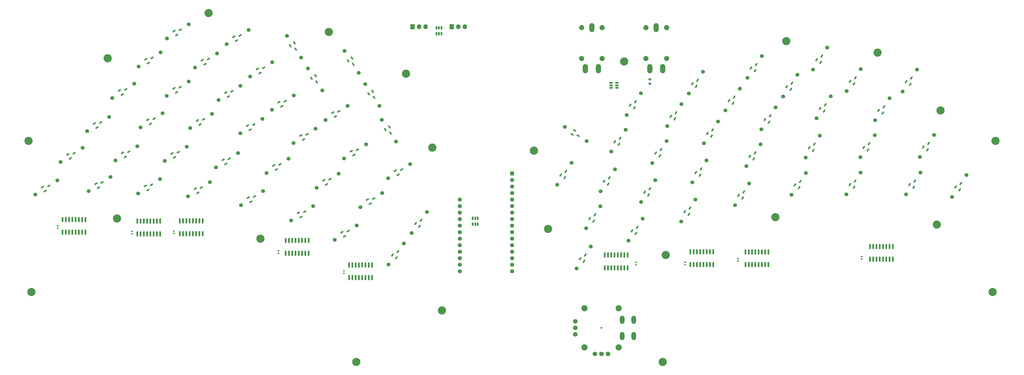
<source format=gts>
%TF.GenerationSoftware,KiCad,Pcbnew,7.0.10-148-g62bb553460*%
%TF.CreationDate,2024-03-29T08:39:48+01:00*%
%TF.ProjectId,bandoneon,62616e64-6f6e-4656-9f6e-2e6b69636164,rev?*%
%TF.SameCoordinates,Original*%
%TF.FileFunction,Soldermask,Top*%
%TF.FilePolarity,Negative*%
%FSLAX46Y46*%
G04 Gerber Fmt 4.6, Leading zero omitted, Abs format (unit mm)*
G04 Created by KiCad (PCBNEW 7.0.10-148-g62bb553460) date 2024-03-29 08:39:48*
%MOMM*%
%LPD*%
G01*
G04 APERTURE LIST*
G04 Aperture macros list*
%AMRoundRect*
0 Rectangle with rounded corners*
0 $1 Rounding radius*
0 $2 $3 $4 $5 $6 $7 $8 $9 X,Y pos of 4 corners*
0 Add a 4 corners polygon primitive as box body*
4,1,4,$2,$3,$4,$5,$6,$7,$8,$9,$2,$3,0*
0 Add four circle primitives for the rounded corners*
1,1,$1+$1,$2,$3*
1,1,$1+$1,$4,$5*
1,1,$1+$1,$6,$7*
1,1,$1+$1,$8,$9*
0 Add four rect primitives between the rounded corners*
20,1,$1+$1,$2,$3,$4,$5,0*
20,1,$1+$1,$4,$5,$6,$7,0*
20,1,$1+$1,$6,$7,$8,$9,0*
20,1,$1+$1,$8,$9,$2,$3,0*%
G04 Aperture macros list end*
%ADD10RoundRect,0.200000X-0.275000X0.200000X-0.275000X-0.200000X0.275000X-0.200000X0.275000X0.200000X0*%
%ADD11RoundRect,0.150000X-0.150000X0.825000X-0.150000X-0.825000X0.150000X-0.825000X0.150000X0.825000X0*%
%ADD12C,1.500000*%
%ADD13RoundRect,0.150000X-0.348123X-0.404928X0.511515X0.153327X0.348123X0.404928X-0.511515X-0.153327X0*%
%ADD14RoundRect,0.150000X-0.153327X-0.511515X0.404928X0.348123X0.153327X0.511515X-0.404928X-0.348123X0*%
%ADD15RoundRect,0.150000X-0.404928X0.348123X0.153327X-0.511515X0.404928X-0.348123X-0.153327X0.511515X0*%
%ADD16C,3.200000*%
%ADD17RoundRect,0.140000X-0.170000X0.140000X-0.170000X-0.140000X0.170000X-0.140000X0.170000X0.140000X0*%
%ADD18RoundRect,0.140000X0.170000X-0.140000X0.170000X0.140000X-0.170000X0.140000X-0.170000X-0.140000X0*%
%ADD19RoundRect,0.150000X-0.179887X-0.502789X0.422592X0.326453X0.179887X0.502789X-0.422592X-0.326453X0*%
%ADD20RoundRect,0.150000X-0.511515X0.153327X0.348123X-0.404928X0.511515X-0.153327X-0.348123X0.404928X0*%
%ADD21RoundRect,0.150000X0.150000X-0.512500X0.150000X0.512500X-0.150000X0.512500X-0.150000X-0.512500X0*%
%ADD22RoundRect,0.150000X-0.512500X-0.150000X0.512500X-0.150000X0.512500X0.150000X-0.512500X0.150000X0*%
%ADD23R,1.600000X1.600000*%
%ADD24C,1.600000*%
%ADD25C,2.400000*%
%ADD26C,0.762000*%
%ADD27O,1.800000X3.200000*%
%ADD28C,1.800000*%
%ADD29C,2.000000*%
%ADD30O,2.000000X3.600000*%
%ADD31O,2.000000X3.500000*%
%ADD32RoundRect,0.250000X-0.600000X-0.725000X0.600000X-0.725000X0.600000X0.725000X-0.600000X0.725000X0*%
%ADD33O,1.700000X1.950000*%
G04 APERTURE END LIST*
D10*
%TO.C,R1*%
X364004000Y-144951000D03*
X364004000Y-146601000D03*
%TD*%
D11*
%TO.C,U9*%
X355346000Y-213360000D03*
X354076000Y-213360000D03*
X352806000Y-213360000D03*
X351536000Y-213360000D03*
X350266000Y-213360000D03*
X348996000Y-213360000D03*
X347726000Y-213360000D03*
X346456000Y-213360000D03*
X346456000Y-218310000D03*
X347726000Y-218310000D03*
X348996000Y-218310000D03*
X350266000Y-218310000D03*
X351536000Y-218310000D03*
X352806000Y-218310000D03*
X354076000Y-218310000D03*
X355346000Y-218310000D03*
%TD*%
D12*
%TO.C,H37*%
X145424754Y-165079266D03*
X153945646Y-159545734D03*
D13*
X148213805Y-162135290D03*
X149248619Y-163728764D03*
X150639188Y-161692973D03*
%TD*%
D12*
%TO.C,H38*%
X135100854Y-177095366D03*
X143621746Y-171561834D03*
D13*
X137889905Y-174151390D03*
X138924719Y-175744864D03*
X140315288Y-173709073D03*
%TD*%
D12*
%TO.C,H43*%
X462250034Y-149669046D03*
X467783566Y-141148154D03*
D14*
X463600536Y-145845181D03*
X465194010Y-146879995D03*
X465636327Y-144454612D03*
%TD*%
D12*
%TO.C,H11*%
X253416434Y-146779154D03*
X258949966Y-155300046D03*
D15*
X256360410Y-149568205D03*
X254766936Y-150603019D03*
X256802727Y-151993588D03*
%TD*%
D16*
%TO.C,MH08*%
X498341000Y-168933000D03*
%TD*%
%TO.C,MH01*%
X239268000Y-126492000D03*
%TD*%
D12*
%TO.C,H31*%
X208752354Y-143803966D03*
X217273246Y-138270434D03*
D13*
X211541405Y-140859990D03*
X212576219Y-142453464D03*
X213966788Y-140417673D03*
%TD*%
D12*
%TO.C,H14*%
X215107654Y-181383466D03*
X223628546Y-175849934D03*
D13*
X217896705Y-178439490D03*
X218931519Y-180032964D03*
X220322088Y-177997173D03*
%TD*%
D12*
%TO.C,H69*%
X407356034Y-164389046D03*
X412889566Y-155868154D03*
D14*
X408706536Y-160565181D03*
X410300010Y-161599995D03*
X410742327Y-159174612D03*
%TD*%
D17*
%TO.C,C1*%
X398272000Y-214658000D03*
X398272000Y-215618000D03*
%TD*%
D12*
%TO.C,H5*%
X251546154Y-194710466D03*
X260067046Y-189176934D03*
D13*
X254335205Y-191766490D03*
X255370019Y-193359964D03*
X256760588Y-191324173D03*
%TD*%
D12*
%TO.C,H41*%
X468934234Y-175125946D03*
X474467766Y-166605054D03*
D14*
X470284736Y-171302081D03*
X471878210Y-172336895D03*
X472320527Y-169911512D03*
%TD*%
D18*
%TO.C,C2*%
X358648000Y-217142000D03*
X358648000Y-216182000D03*
%TD*%
D12*
%TO.C,H61*%
X339273434Y-202910846D03*
X344806966Y-194389954D03*
D14*
X340623936Y-199086981D03*
X342217410Y-200121795D03*
X342659727Y-197696412D03*
%TD*%
D12*
%TO.C,H68*%
X415815134Y-151655846D03*
X421348666Y-143134954D03*
D14*
X417165636Y-147831981D03*
X418759110Y-148866795D03*
X419201427Y-146441412D03*
%TD*%
D17*
%TO.C,C5*%
X245110000Y-219484000D03*
X245110000Y-220444000D03*
%TD*%
D12*
%TO.C,H29*%
X184576154Y-190490466D03*
X193097046Y-184956934D03*
D13*
X187365205Y-187546490D03*
X188400019Y-189139964D03*
X189790588Y-187104173D03*
%TD*%
D12*
%TO.C,H16*%
X196438854Y-153000466D03*
X204959746Y-147466934D03*
D13*
X199227905Y-150056490D03*
X200262719Y-151649964D03*
X201653288Y-149614173D03*
%TD*%
D17*
%TO.C,C8*%
X219710000Y-211765000D03*
X219710000Y-212725000D03*
%TD*%
D16*
%TO.C,MH19*%
X319000000Y-172720000D03*
%TD*%
D12*
%TO.C,H18*%
X175549154Y-176713566D03*
X184070046Y-171180034D03*
D13*
X178338205Y-173769590D03*
X179373019Y-175363064D03*
X180763588Y-173327273D03*
%TD*%
D16*
%TO.C,MH22*%
X192603912Y-119089841D03*
%TD*%
%TO.C,MH05*%
X417000000Y-130000000D03*
%TD*%
D12*
%TO.C,H58*%
X355056034Y-158829046D03*
X360589566Y-150308154D03*
D14*
X356406536Y-155005181D03*
X358000010Y-156039995D03*
X358442327Y-153614612D03*
%TD*%
D16*
%TO.C,MH12*%
X369000000Y-255000000D03*
%TD*%
D12*
%TO.C,H9*%
X234556454Y-187186966D03*
X243077346Y-181653434D03*
D13*
X237345505Y-184242990D03*
X238380319Y-185836464D03*
X239770888Y-183800673D03*
%TD*%
D12*
%TO.C,H13*%
X225626154Y-169725466D03*
X234147046Y-164191934D03*
D13*
X228415205Y-166781490D03*
X229450019Y-168374964D03*
X230840588Y-166339173D03*
%TD*%
D12*
%TO.C,H49*%
X393425034Y-157075046D03*
X398958566Y-148554154D03*
D14*
X394775536Y-153251181D03*
X396369010Y-154285995D03*
X396811327Y-151860612D03*
%TD*%
D12*
%TO.C,H48*%
X401977634Y-144375046D03*
X407511166Y-135854154D03*
D14*
X403328136Y-140551181D03*
X404921610Y-141585995D03*
X405363927Y-139160612D03*
%TD*%
D12*
%TO.C,H3*%
X262495451Y-217048806D03*
X268467349Y-208829194D03*
D19*
X264044228Y-213300861D03*
X265581360Y-214417653D03*
X266150006Y-212018743D03*
%TD*%
D12*
%TO.C,H54*%
X370791434Y-163145846D03*
X376324966Y-154624954D03*
D14*
X372141936Y-159321981D03*
X373735410Y-160356795D03*
X374177727Y-157931412D03*
%TD*%
D12*
%TO.C,H63*%
X335538534Y-218564946D03*
X341072066Y-210044054D03*
D14*
X336889036Y-214741081D03*
X338482510Y-215775895D03*
X338924827Y-213350512D03*
%TD*%
D17*
%TO.C,C7*%
X133985000Y-201958000D03*
X133985000Y-202918000D03*
%TD*%
D12*
%TO.C,H25*%
X231192434Y-140725754D03*
X236725966Y-149246646D03*
D15*
X234136410Y-143514805D03*
X232542936Y-144549619D03*
X234578727Y-145940188D03*
%TD*%
D12*
%TO.C,H71*%
X397128834Y-193988946D03*
X402662366Y-185468054D03*
D14*
X398479336Y-190165081D03*
X400072810Y-191199895D03*
X400515127Y-188774512D03*
%TD*%
D16*
%TO.C,MH11*%
X497240000Y-227722000D03*
%TD*%
D12*
%TO.C,H50*%
X385005534Y-169860746D03*
X390539066Y-161339854D03*
D14*
X386356036Y-166036881D03*
X387949510Y-167071695D03*
X388391827Y-164646312D03*
%TD*%
D12*
%TO.C,H42*%
X463617734Y-189745846D03*
X469151266Y-181224954D03*
D14*
X464968236Y-185921981D03*
X466561710Y-186956795D03*
X467004027Y-184531412D03*
%TD*%
D11*
%TO.C,U6*%
X144770000Y-199500000D03*
X143500000Y-199500000D03*
X142230000Y-199500000D03*
X140960000Y-199500000D03*
X139690000Y-199500000D03*
X138420000Y-199500000D03*
X137150000Y-199500000D03*
X135880000Y-199500000D03*
X135880000Y-204450000D03*
X137150000Y-204450000D03*
X138420000Y-204450000D03*
X139690000Y-204450000D03*
X140960000Y-204450000D03*
X142230000Y-204450000D03*
X143500000Y-204450000D03*
X144770000Y-204450000D03*
%TD*%
D16*
%TO.C,MH09*%
X475500000Y-201500000D03*
%TD*%
D12*
%TO.C,H33*%
X145979154Y-188486266D03*
X154500046Y-182952734D03*
D13*
X148768205Y-185542290D03*
X149803019Y-187135764D03*
X151193588Y-185099973D03*
%TD*%
D16*
%TO.C,MH17*%
X212725000Y-207010000D03*
%TD*%
D17*
%TO.C,C6*%
X446278000Y-213896000D03*
X446278000Y-214856000D03*
%TD*%
D12*
%TO.C,H1*%
X330979154Y-163441434D03*
X339500046Y-168974966D03*
D20*
X334803019Y-164791936D03*
X333768205Y-166385410D03*
X336193588Y-166827727D03*
%TD*%
D11*
%TO.C,U8*%
X388620000Y-212090000D03*
X387350000Y-212090000D03*
X386080000Y-212090000D03*
X384810000Y-212090000D03*
X383540000Y-212090000D03*
X382270000Y-212090000D03*
X381000000Y-212090000D03*
X379730000Y-212090000D03*
X379730000Y-217040000D03*
X381000000Y-217040000D03*
X382270000Y-217040000D03*
X383540000Y-217040000D03*
X384810000Y-217040000D03*
X386080000Y-217040000D03*
X387350000Y-217040000D03*
X388620000Y-217040000D03*
%TD*%
D12*
%TO.C,H6*%
X241596154Y-207390466D03*
X250117046Y-201856934D03*
D13*
X244385205Y-204446490D03*
X245420019Y-206039964D03*
X246810588Y-204004173D03*
%TD*%
D12*
%TO.C,H20*%
X199610954Y-131243966D03*
X208131846Y-125710434D03*
D13*
X202400005Y-128299990D03*
X203434819Y-129893464D03*
X204825388Y-127857673D03*
%TD*%
D21*
%TO.C,U13*%
X281154000Y-127121500D03*
X282104000Y-127121500D03*
X283054000Y-127121500D03*
X283054000Y-124846500D03*
X282104000Y-124846500D03*
X281154000Y-124846500D03*
%TD*%
D12*
%TO.C,H32*%
X156379154Y-176533566D03*
X164900046Y-171000034D03*
D13*
X159168205Y-173589590D03*
X160203019Y-175183064D03*
X161593588Y-173147273D03*
%TD*%
D22*
%TO.C,U11*%
X348966500Y-146326000D03*
X348966500Y-147276000D03*
X348966500Y-148226000D03*
X351241500Y-148226000D03*
X351241500Y-147276000D03*
X351241500Y-146326000D03*
%TD*%
D16*
%TO.C,MH13*%
X370205000Y-213360000D03*
%TD*%
D12*
%TO.C,H21*%
X187360954Y-140393966D03*
X195881846Y-134860434D03*
D13*
X190150005Y-137449990D03*
X191184819Y-139043464D03*
X192575388Y-137007673D03*
%TD*%
D11*
%TO.C,U3*%
X231394000Y-207710000D03*
X230124000Y-207710000D03*
X228854000Y-207710000D03*
X227584000Y-207710000D03*
X226314000Y-207710000D03*
X225044000Y-207710000D03*
X223774000Y-207710000D03*
X222504000Y-207710000D03*
X222504000Y-212660000D03*
X223774000Y-212660000D03*
X225044000Y-212660000D03*
X226314000Y-212660000D03*
X227584000Y-212660000D03*
X228854000Y-212660000D03*
X230124000Y-212660000D03*
X231394000Y-212660000D03*
%TD*%
D12*
%TO.C,H12*%
X238026154Y-160800466D03*
X246547046Y-155266934D03*
D13*
X240815205Y-157856490D03*
X241850019Y-159449964D03*
X243240588Y-157414173D03*
%TD*%
D12*
%TO.C,H26*%
X217171254Y-156764466D03*
X225692146Y-151230934D03*
D13*
X219960305Y-153820490D03*
X220995119Y-155413964D03*
X222385688Y-153378173D03*
%TD*%
D12*
%TO.C,H52*%
X376203134Y-200303646D03*
X381736666Y-191782754D03*
D14*
X377553636Y-196479781D03*
X379147110Y-197514595D03*
X379589427Y-195089212D03*
%TD*%
D17*
%TO.C,C3*%
X162814000Y-204145000D03*
X162814000Y-205105000D03*
%TD*%
D12*
%TO.C,H44*%
X451580034Y-160850046D03*
X457113566Y-152329154D03*
D14*
X452930536Y-157026181D03*
X454524010Y-158060995D03*
X454966327Y-155635612D03*
%TD*%
D12*
%TO.C,H19*%
X165199554Y-189346766D03*
X173720446Y-183813234D03*
D13*
X167988605Y-186402790D03*
X169023419Y-187996264D03*
X170413988Y-185960473D03*
%TD*%
D16*
%TO.C,MH07*%
X477000000Y-157000000D03*
%TD*%
D12*
%TO.C,H53*%
X379142834Y-150455546D03*
X384676366Y-141934654D03*
D14*
X380493336Y-146631681D03*
X382086810Y-147666495D03*
X382529127Y-145241112D03*
%TD*%
D12*
%TO.C,H59*%
X349063734Y-173054446D03*
X354597266Y-164533554D03*
D14*
X350414236Y-169230581D03*
X352007710Y-170265395D03*
X352450027Y-167840012D03*
%TD*%
D12*
%TO.C,H22*%
X176325554Y-151346866D03*
X184846446Y-145813334D03*
D13*
X179114605Y-148402890D03*
X180149419Y-149996364D03*
X181539988Y-147960573D03*
%TD*%
D16*
%TO.C,MH21*%
X153354986Y-136757115D03*
%TD*%
D12*
%TO.C,H15*%
X205199954Y-193949966D03*
X213720846Y-188416434D03*
D13*
X207989005Y-191005990D03*
X209023819Y-192599464D03*
X210414388Y-190563673D03*
%TD*%
D12*
%TO.C,H8*%
X245224954Y-175774966D03*
X253745846Y-170241434D03*
D13*
X248014005Y-172830990D03*
X249048819Y-174424464D03*
X250439388Y-172388673D03*
%TD*%
D12*
%TO.C,H70*%
X401494334Y-178745246D03*
X407027866Y-170224354D03*
D14*
X402844836Y-174921381D03*
X404438310Y-175956195D03*
X404880627Y-173530812D03*
%TD*%
D17*
%TO.C,C9*%
X377698000Y-216182000D03*
X377698000Y-217142000D03*
%TD*%
D12*
%TO.C,H47*%
X440443734Y-149514446D03*
X445977266Y-140993554D03*
D14*
X441794236Y-145690581D03*
X443387710Y-146725395D03*
X443830027Y-144300012D03*
%TD*%
D12*
%TO.C,H45*%
X445850934Y-175227546D03*
X451384466Y-166706654D03*
D14*
X447201436Y-171403681D03*
X448794910Y-172438495D03*
X449237227Y-170013112D03*
%TD*%
D12*
%TO.C,H2*%
X271449951Y-204825006D03*
X277421849Y-196605394D03*
D19*
X272998728Y-201077061D03*
X274535860Y-202193853D03*
X275104506Y-199794943D03*
%TD*%
D16*
%TO.C,MH15*%
X283210000Y-234950000D03*
%TD*%
D12*
%TO.C,H34*%
X176376154Y-129050466D03*
X184897046Y-123516934D03*
D13*
X179165205Y-126106490D03*
X180200019Y-127699964D03*
X181590588Y-125664173D03*
%TD*%
D12*
%TO.C,H51*%
X380536034Y-185039046D03*
X386069566Y-176518154D03*
D14*
X381886536Y-181215181D03*
X383480010Y-182249995D03*
X383922327Y-179824612D03*
%TD*%
D12*
%TO.C,H36*%
X155185554Y-152186266D03*
X163706446Y-146652734D03*
D13*
X157974605Y-149242290D03*
X159009419Y-150835764D03*
X160399988Y-148799973D03*
%TD*%
D12*
%TO.C,H57*%
X355686934Y-207765146D03*
X361220466Y-199244254D03*
D14*
X357037436Y-203941281D03*
X358630910Y-204976095D03*
X359073227Y-202550712D03*
%TD*%
D16*
%TO.C,MH02*%
X269240000Y-142748000D03*
%TD*%
D12*
%TO.C,H67*%
X427446034Y-141109046D03*
X432979566Y-132588154D03*
D14*
X428796536Y-137285181D03*
X430390010Y-138319995D03*
X430832327Y-135894612D03*
%TD*%
D16*
%TO.C,MH03*%
X354000000Y-138000000D03*
%TD*%
D12*
%TO.C,H64*%
X428796034Y-160059046D03*
X434329566Y-151538154D03*
D14*
X430146536Y-156235181D03*
X431740010Y-157269995D03*
X432182327Y-154844612D03*
%TD*%
D12*
%TO.C,H35*%
X165389554Y-139966766D03*
X173910446Y-134433234D03*
D13*
X168178605Y-137022790D03*
X169213419Y-138616264D03*
X170603988Y-136580473D03*
%TD*%
D16*
%TO.C,MH18*%
X156972000Y-199136000D03*
%TD*%
%TO.C,MH20*%
X122619000Y-168933000D03*
%TD*%
D11*
%TO.C,U7*%
X458445000Y-210000000D03*
X457175000Y-210000000D03*
X455905000Y-210000000D03*
X454635000Y-210000000D03*
X453365000Y-210000000D03*
X452095000Y-210000000D03*
X450825000Y-210000000D03*
X449555000Y-210000000D03*
X449555000Y-214950000D03*
X450825000Y-214950000D03*
X452095000Y-214950000D03*
X453365000Y-214950000D03*
X454635000Y-214950000D03*
X455905000Y-214950000D03*
X457175000Y-214950000D03*
X458445000Y-214950000D03*
%TD*%
D12*
%TO.C,H28*%
X195439154Y-179183566D03*
X203960046Y-173650034D03*
D13*
X198228205Y-176239590D03*
X199263019Y-177833064D03*
X200653588Y-175797273D03*
%TD*%
D12*
%TO.C,H40*%
X481490034Y-190699346D03*
X487023566Y-182178454D03*
D14*
X482840536Y-186875481D03*
X484434010Y-187910295D03*
X484876327Y-185484912D03*
%TD*%
D12*
%TO.C,H66*%
X419074934Y-189917746D03*
X424608466Y-181396854D03*
D14*
X420425436Y-186093881D03*
X422018910Y-187128695D03*
X422461227Y-184703312D03*
%TD*%
D12*
%TO.C,H39*%
X125287854Y-189833666D03*
X133808746Y-184300134D03*
D13*
X128076905Y-186889690D03*
X129111719Y-188483164D03*
X130502288Y-186447373D03*
%TD*%
D16*
%TO.C,MH06*%
X452500000Y-134500000D03*
%TD*%
D12*
%TO.C,H62*%
X328066434Y-185970846D03*
X333599966Y-177449954D03*
D14*
X329416936Y-182146981D03*
X331010410Y-183181795D03*
X331452727Y-180756412D03*
%TD*%
D16*
%TO.C,MH14*%
X279500000Y-171500000D03*
%TD*%
D12*
%TO.C,H56*%
X360607734Y-192724646D03*
X366141266Y-184203754D03*
D14*
X361958236Y-188900781D03*
X363551710Y-189935595D03*
X363994027Y-187510212D03*
%TD*%
D21*
%TO.C,U12*%
X295214000Y-201289500D03*
X296164000Y-201289500D03*
X297114000Y-201289500D03*
X297114000Y-199014500D03*
X296164000Y-199014500D03*
X295214000Y-199014500D03*
%TD*%
D11*
%TO.C,U2*%
X256032000Y-217235000D03*
X254762000Y-217235000D03*
X253492000Y-217235000D03*
X252222000Y-217235000D03*
X250952000Y-217235000D03*
X249682000Y-217235000D03*
X248412000Y-217235000D03*
X247142000Y-217235000D03*
X247142000Y-222185000D03*
X248412000Y-222185000D03*
X249682000Y-222185000D03*
X250952000Y-222185000D03*
X252222000Y-222185000D03*
X253492000Y-222185000D03*
X254762000Y-222185000D03*
X256032000Y-222185000D03*
%TD*%
D17*
%TO.C,C4*%
X179070000Y-203990000D03*
X179070000Y-204950000D03*
%TD*%
D16*
%TO.C,MH39*%
X123720000Y-227722000D03*
%TD*%
D12*
%TO.C,H60*%
X344905634Y-188496946D03*
X350439166Y-179976054D03*
D14*
X346256136Y-184673081D03*
X347849610Y-185707895D03*
X348291927Y-183282512D03*
%TD*%
D12*
%TO.C,H10*%
X224659154Y-199863566D03*
X233180046Y-194330034D03*
D13*
X227448205Y-196919590D03*
X228483019Y-198513064D03*
X229873588Y-196477273D03*
%TD*%
D12*
%TO.C,H17*%
X185436154Y-163910466D03*
X193957046Y-158376934D03*
D13*
X188225205Y-160966490D03*
X189260019Y-162559964D03*
X190650588Y-160524173D03*
%TD*%
D16*
%TO.C,MH16*%
X250000000Y-255000000D03*
%TD*%
D12*
%TO.C,H7*%
X259890434Y-160647054D03*
X265423966Y-169167946D03*
D15*
X262834410Y-163436105D03*
X261240936Y-164470919D03*
X263276727Y-165861488D03*
%TD*%
D12*
%TO.C,H24*%
X245366434Y-133879154D03*
X250899966Y-142400046D03*
D15*
X248310410Y-136668205D03*
X246716936Y-137703019D03*
X248752727Y-139093588D03*
%TD*%
D11*
%TO.C,U4*%
X173736000Y-200152000D03*
X172466000Y-200152000D03*
X171196000Y-200152000D03*
X169926000Y-200152000D03*
X168656000Y-200152000D03*
X167386000Y-200152000D03*
X166116000Y-200152000D03*
X164846000Y-200152000D03*
X164846000Y-205102000D03*
X166116000Y-205102000D03*
X167386000Y-205102000D03*
X168656000Y-205102000D03*
X169926000Y-205102000D03*
X171196000Y-205102000D03*
X172466000Y-205102000D03*
X173736000Y-205102000D03*
%TD*%
D12*
%TO.C,H4*%
X262376154Y-183450466D03*
X270897046Y-177916934D03*
D13*
X265165205Y-180506490D03*
X266200019Y-182099964D03*
X267590588Y-180064173D03*
%TD*%
D12*
%TO.C,H46*%
X440386034Y-189749946D03*
X445919566Y-181229054D03*
D14*
X441736536Y-185926081D03*
X443330010Y-186960895D03*
X443772327Y-184535512D03*
%TD*%
D16*
%TO.C,MH33*%
X324485000Y-203200000D03*
%TD*%
D12*
%TO.C,H30*%
X223012234Y-127957554D03*
X228545766Y-136478446D03*
D15*
X225956210Y-130746605D03*
X224362736Y-131781419D03*
X226398527Y-133171988D03*
%TD*%
D12*
%TO.C,H27*%
X204949954Y-165899966D03*
X213470846Y-160366434D03*
D13*
X207739005Y-162955990D03*
X208773819Y-164549464D03*
X210164388Y-162513673D03*
%TD*%
D11*
%TO.C,U10*%
X410083000Y-212155000D03*
X408813000Y-212155000D03*
X407543000Y-212155000D03*
X406273000Y-212155000D03*
X405003000Y-212155000D03*
X403733000Y-212155000D03*
X402463000Y-212155000D03*
X401193000Y-212155000D03*
X401193000Y-217105000D03*
X402463000Y-217105000D03*
X403733000Y-217105000D03*
X405003000Y-217105000D03*
X406273000Y-217105000D03*
X407543000Y-217105000D03*
X408813000Y-217105000D03*
X410083000Y-217105000D03*
%TD*%
%TO.C,U5*%
X190246000Y-200090000D03*
X188976000Y-200090000D03*
X187706000Y-200090000D03*
X186436000Y-200090000D03*
X185166000Y-200090000D03*
X183896000Y-200090000D03*
X182626000Y-200090000D03*
X181356000Y-200090000D03*
X181356000Y-205040000D03*
X182626000Y-205040000D03*
X183896000Y-205040000D03*
X185166000Y-205040000D03*
X186436000Y-205040000D03*
X187706000Y-205040000D03*
X188976000Y-205040000D03*
X190246000Y-205040000D03*
%TD*%
D12*
%TO.C,H23*%
X166176154Y-163650466D03*
X174697046Y-158116934D03*
D13*
X168965205Y-160706490D03*
X170000019Y-162299964D03*
X171390588Y-160264173D03*
%TD*%
D16*
%TO.C,MH10*%
X412750000Y-198628000D03*
%TD*%
D12*
%TO.C,H55*%
X364985234Y-177488546D03*
X370518766Y-168967654D03*
D14*
X366335736Y-173664681D03*
X367929210Y-174699495D03*
X368371527Y-172274112D03*
%TD*%
D12*
%TO.C,H65*%
X424566434Y-175395846D03*
X430099966Y-166874954D03*
D14*
X425916936Y-171571981D03*
X427510410Y-172606795D03*
X427952727Y-170181412D03*
%TD*%
D23*
%TO.C,U1*%
X310515000Y-181610000D03*
D24*
X310515000Y-184150000D03*
X310515000Y-186690000D03*
X310515000Y-189230000D03*
X310515000Y-191770000D03*
X310515000Y-194310000D03*
X310515000Y-196850000D03*
X310515000Y-199390000D03*
X310515000Y-201930000D03*
X310515000Y-204470000D03*
X310515000Y-207010000D03*
X310515000Y-209550000D03*
X310515000Y-212090000D03*
X310515000Y-214630000D03*
X310515000Y-217170000D03*
X310515000Y-219710000D03*
X290195000Y-219710000D03*
X290195000Y-217170000D03*
X290195000Y-214630000D03*
X290195000Y-212090000D03*
X290195000Y-209550000D03*
X290195000Y-207010000D03*
X290195000Y-204470000D03*
X290195000Y-201930000D03*
X290195000Y-199390000D03*
X290195000Y-196850000D03*
X290195000Y-194310000D03*
X290195000Y-191770000D03*
%TD*%
D25*
%TO.C,J1*%
X338597000Y-249345000D03*
X351933000Y-249345000D03*
D26*
X345265000Y-241725000D03*
D27*
X353266000Y-238550000D03*
X357766000Y-238550000D03*
D25*
X338597000Y-234105000D03*
X351933000Y-234105000D03*
D28*
X342725000Y-251885000D03*
X345265000Y-251885000D03*
X347805000Y-251885000D03*
X335105000Y-239185000D03*
X335105000Y-241725000D03*
X335105000Y-244265000D03*
D27*
X353266000Y-244900000D03*
X357766000Y-244900000D03*
%TD*%
D29*
%TO.C,J5*%
X345500000Y-136780000D03*
X345500000Y-124780000D03*
X337500000Y-136780000D03*
X337500000Y-124780000D03*
D30*
X344000000Y-140780000D03*
D31*
X341500000Y-124780000D03*
D30*
X339000000Y-140780000D03*
%TD*%
D29*
%TO.C,J4*%
X370500000Y-136780000D03*
X370500000Y-124780000D03*
X362500000Y-136780000D03*
X362500000Y-124780000D03*
D30*
X369000000Y-140780000D03*
D31*
X366500000Y-124780000D03*
D30*
X364000000Y-140780000D03*
%TD*%
D32*
%TO.C,J6*%
X271860000Y-124460000D03*
D33*
X274360000Y-124460000D03*
X276860000Y-124460000D03*
%TD*%
D32*
%TO.C,J7*%
X287100000Y-124460000D03*
D33*
X289600000Y-124460000D03*
X292100000Y-124460000D03*
%TD*%
M02*

</source>
